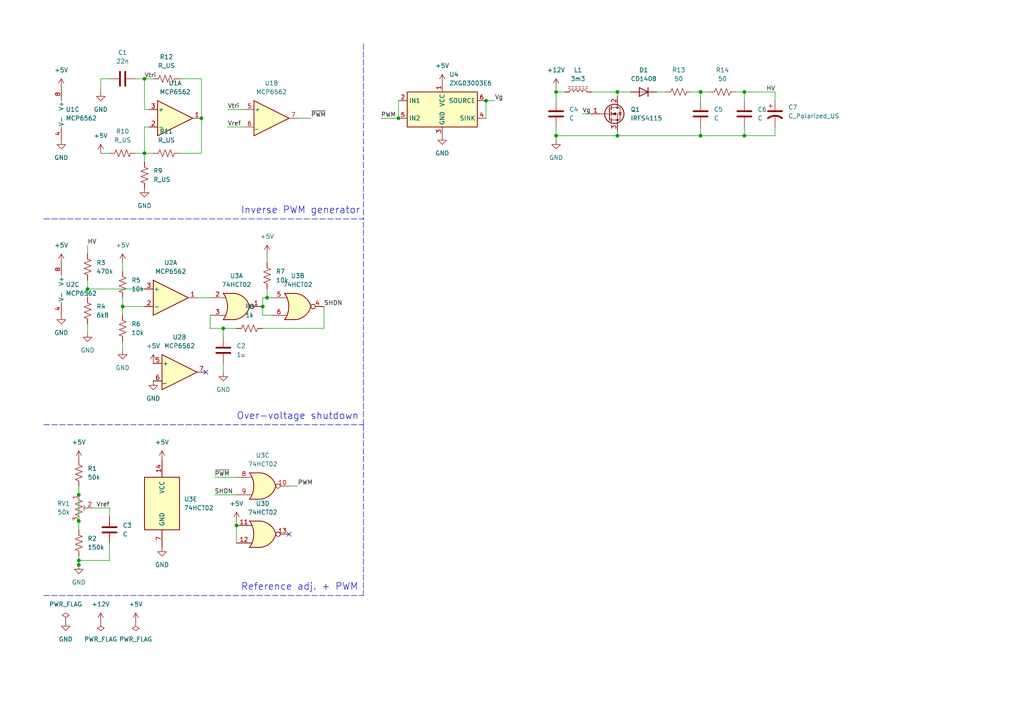
<source format=kicad_sch>
(kicad_sch (version 20211123) (generator eeschema)
  (paper "A4")
  (title_block (title "Nixie tube PSU") (date "2023-01-29"))
  (lib_symbols
    (symbol "74xx:74HCT02" (pin_names (offset 1.016))
      (property "Reference" "U" (at 0 1.27 0))
      (property "Value" "74HCT02" (at 0 -1.27 0))
      (symbol "74HCT02_1_1"
        (arc (start -3.81 -3.81) (mid -2.589 0) (end -3.81 3.81) (stroke (width 0.254)))
        (arc (start -0.6096 -3.81) (mid 2.1842 -2.5851) (end 3.81 0) (stroke (width 0.254)) (fill (type background)))
        (polyline (pts (xy -3.81 -3.81) (xy -0.635 -3.81)) (stroke (width 0.254)) (fill (type background)))
        (polyline (pts (xy -3.81 3.81) (xy -0.635 3.81)) (stroke (width 0.254)) (fill (type background)))
        (polyline (pts (xy -0.635 3.81) (xy -3.81 3.81) (xy -3.81 3.81) (xy -3.556 3.4036) (xy -3.0226 2.2606) (xy -2.6924 1.0414) (xy -2.6162 -0.254) (xy -2.7686 -1.4986) (xy -3.175 -2.7178) (xy -3.81 -3.81) (xy -3.81 -3.81) (xy -0.635 -3.81)) (stroke (width -25.4)) (fill (type background)))
        (arc (start 3.81 0) (mid 2.1915 2.5936) (end -0.6096 3.81) (stroke (width 0.254)) (fill (type background)))
        (pin output inverted (at 7.62 0 180) (length 3.81) (name "~") (number "1"))
        (pin input line (at -7.62 2.54 0) (length 4.318) (name "~") (number "2"))
        (pin input line (at -7.62 -2.54 0) (length 4.318) (name "~") (number "3"))
      )
      (symbol "74HCT02_1_2"
        (arc (start 0 -3.81) (mid 3.81 0) (end 0 3.81) (stroke (width 0.254)) (fill (type background)))
        (polyline (pts (xy 0 3.81) (xy -3.81 3.81) (xy -3.81 -3.81) (xy 0 -3.81)) (stroke (width 0.254)) (fill (type background)))
        (pin output line (at 7.62 0 180) (length 3.81) (name "~") (number "1"))
        (pin input inverted (at -7.62 2.54 0) (length 3.81) (name "~") (number "2"))
        (pin input inverted (at -7.62 -2.54 0) (length 3.81) (name "~") (number "3"))
      )
      (symbol "74HCT02_2_1"
        (arc (start -3.81 -3.81) (mid -2.589 0) (end -3.81 3.81) (stroke (width 0.254)))
        (arc (start -0.6096 -3.81) (mid 2.1842 -2.5851) (end 3.81 0) (stroke (width 0.254)) (fill (type background)))
        (polyline (pts (xy -3.81 -3.81) (xy -0.635 -3.81)) (stroke (width 0.254)) (fill (type background)))
        (polyline (pts (xy -3.81 3.81) (xy -0.635 3.81)) (stroke (width 0.254)) (fill (type background)))
        (polyline (pts (xy -0.635 3.81) (xy -3.81 3.81) (xy -3.81 3.81) (xy -3.556 3.4036) (xy -3.0226 2.2606) (xy -2.6924 1.0414) (xy -2.6162 -0.254) (xy -2.7686 -1.4986) (xy -3.175 -2.7178) (xy -3.81 -3.81) (xy -3.81 -3.81) (xy -0.635 -3.81)) (stroke (width -25.4)) (fill (type background)))
        (arc (start 3.81 0) (mid 2.1915 2.5936) (end -0.6096 3.81) (stroke (width 0.254)) (fill (type background)))
        (pin output inverted (at 7.62 0 180) (length 3.81) (name "~") (number "4"))
        (pin input line (at -7.62 2.54 0) (length 4.318) (name "~") (number "5"))
        (pin input line (at -7.62 -2.54 0) (length 4.318) (name "~") (number "6"))
      )
      (symbol "74HCT02_2_2"
        (arc (start 0 -3.81) (mid 3.81 0) (end 0 3.81) (stroke (width 0.254)) (fill (type background)))
        (polyline (pts (xy 0 3.81) (xy -3.81 3.81) (xy -3.81 -3.81) (xy 0 -3.81)) (stroke (width 0.254)) (fill (type background)))
        (pin output line (at 7.62 0 180) (length 3.81) (name "~") (number "4"))
        (pin input inverted (at -7.62 2.54 0) (length 3.81) (name "~") (number "5"))
        (pin input inverted (at -7.62 -2.54 0) (length 3.81) (name "~") (number "6"))
      )
      (symbol "74HCT02_3_1"
        (arc (start -3.81 -3.81) (mid -2.589 0) (end -3.81 3.81) (stroke (width 0.254)))
        (arc (start -0.6096 -3.81) (mid 2.1842 -2.5851) (end 3.81 0) (stroke (width 0.254)) (fill (type background)))
        (polyline (pts (xy -3.81 -3.81) (xy -0.635 -3.81)) (stroke (width 0.254)) (fill (type background)))
        (polyline (pts (xy -3.81 3.81) (xy -0.635 3.81)) (stroke (width 0.254)) (fill (type background)))
        (polyline (pts (xy -0.635 3.81) (xy -3.81 3.81) (xy -3.81 3.81) (xy -3.556 3.4036) (xy -3.0226 2.2606) (xy -2.6924 1.0414) (xy -2.6162 -0.254) (xy -2.7686 -1.4986) (xy -3.175 -2.7178) (xy -3.81 -3.81) (xy -3.81 -3.81) (xy -0.635 -3.81)) (stroke (width -25.4)) (fill (type background)))
        (arc (start 3.81 0) (mid 2.1915 2.5936) (end -0.6096 3.81) (stroke (width 0.254)) (fill (type background)))
        (pin output inverted (at 7.62 0 180) (length 3.81) (name "~") (number "10"))
        (pin input line (at -7.62 2.54 0) (length 4.318) (name "~") (number "8"))
        (pin input line (at -7.62 -2.54 0) (length 4.318) (name "~") (number "9"))
      )
      (symbol "74HCT02_3_2"
        (arc (start 0 -3.81) (mid 3.81 0) (end 0 3.81) (stroke (width 0.254)) (fill (type background)))
        (polyline (pts (xy 0 3.81) (xy -3.81 3.81) (xy -3.81 -3.81) (xy 0 -3.81)) (stroke (width 0.254)) (fill (type background)))
        (pin output line (at 7.62 0 180) (length 3.81) (name "~") (number "10"))
        (pin input inverted (at -7.62 2.54 0) (length 3.81) (name "~") (number "8"))
        (pin input inverted (at -7.62 -2.54 0) (length 3.81) (name "~") (number "9"))
      )
      (symbol "74HCT02_4_1"
        (arc (start -3.81 -3.81) (mid -2.589 0) (end -3.81 3.81) (stroke (width 0.254)))
        (arc (start -0.6096 -3.81) (mid 2.1842 -2.5851) (end 3.81 0) (stroke (width 0.254)) (fill (type background)))
        (polyline (pts (xy -3.81 -3.81) (xy -0.635 -3.81)) (stroke (width 0.254)) (fill (type background)))
        (polyline (pts (xy -3.81 3.81) (xy -0.635 3.81)) (stroke (width 0.254)) (fill (type background)))
        (polyline (pts (xy -0.635 3.81) (xy -3.81 3.81) (xy -3.81 3.81) (xy -3.556 3.4036) (xy -3.0226 2.2606) (xy -2.6924 1.0414) (xy -2.6162 -0.254) (xy -2.7686 -1.4986) (xy -3.175 -2.7178) (xy -3.81 -3.81) (xy -3.81 -3.81) (xy -0.635 -3.81)) (stroke (width -25.4)) (fill (type background)))
        (arc (start 3.81 0) (mid 2.1915 2.5936) (end -0.6096 3.81) (stroke (width 0.254)) (fill (type background)))
        (pin input line (at -7.62 2.54 0) (length 4.318) (name "~") (number "11"))
        (pin input line (at -7.62 -2.54 0) (length 4.318) (name "~") (number "12"))
        (pin output inverted (at 7.62 0 180) (length 3.81) (name "~") (number "13"))
      )
      (symbol "74HCT02_4_2"
        (arc (start 0 -3.81) (mid 3.81 0) (end 0 3.81) (stroke (width 0.254)) (fill (type background)))
        (polyline (pts (xy 0 3.81) (xy -3.81 3.81) (xy -3.81 -3.81) (xy 0 -3.81)) (stroke (width 0.254)) (fill (type background)))
        (pin input inverted (at -7.62 2.54 0) (length 3.81) (name "~") (number "11"))
        (pin input inverted (at -7.62 -2.54 0) (length 3.81) (name "~") (number "12"))
        (pin output line (at 7.62 0 180) (length 3.81) (name "~") (number "13"))
      )
      (symbol "74HCT02_5_0"
        (pin power_in line (at 0 12.7 270) (length 5.08) (name "VCC") (number "14"))
        (pin power_in line (at 0 -12.7 90) (length 5.08) (name "GND") (number "7"))
      )
      (symbol "74HCT02_5_1"
        (rectangle (start -5.08 7.62) (end 5.08 -7.62) (stroke (width 0.254)) (fill (type background)))
      )
    )
    (symbol "Device:C" (pin_numbers hide) (pin_names (offset 0.254))
      (property "Reference" "C" (at 0.635 2.54 0))
      (property "Value" "C" (at 0.635 -2.54 0))
      (symbol "C_0_1"
        (polyline (pts (xy -2.032 -0.762) (xy 2.032 -0.762)) (stroke (width 0.508)))
        (polyline (pts (xy -2.032 0.762) (xy 2.032 0.762)) (stroke (width 0.508)))
      )
      (symbol "C_1_1"
        (pin passive line (at 0 3.81 270) (length 2.794) (name "~") (number "1"))
        (pin passive line (at 0 -3.81 90) (length 2.794) (name "~") (number "2"))
      )
    )
    (symbol "Device:C_Polarized_US" (pin_numbers hide) (pin_names (offset 0.254) hide)
      (property "Reference" "C" (at 0.635 2.54 0))
      (property "Value" "C_Polarized_US" (at 0.635 -2.54 0))
      (symbol "C_Polarized_US_0_1"
        (polyline (pts (xy -2.032 0.762) (xy 2.032 0.762)) (stroke (width 0.508)))
        (polyline (pts (xy -1.778 2.286) (xy -0.762 2.286)))
        (polyline (pts (xy -1.27 1.778) (xy -1.27 2.794)))
        (arc (start 2.032 -1.27) (mid 0 -0.5572) (end -2.032 -1.27) (stroke (width 0.508)))
      )
      (symbol "C_Polarized_US_1_1"
        (pin passive line (at 0 3.81 270) (length 2.794) (name "~") (number "1"))
        (pin passive line (at 0 -3.81 90) (length 3.302) (name "~") (number "2"))
      )
    )
    (symbol "Device:L_Ferrite" (pin_numbers hide) (pin_names (offset 1.016) hide)
      (property "Reference" "L" (at -1.27 0 90))
      (property "Value" "L_Ferrite" (at 2.794 0 90))
      (symbol "L_Ferrite_0_1"
        (arc (start 0 -2.54) (mid 0.635 -1.905) (end 0 -1.27))
        (arc (start 0 -1.27) (mid 0.635 -0.635) (end 0 0))
        (polyline (pts (xy 1.016 -2.794) (xy 1.016 -2.286)))
        (polyline (pts (xy 1.016 -1.778) (xy 1.016 -1.27)))
        (polyline (pts (xy 1.016 -0.762) (xy 1.016 -0.254)))
        (polyline (pts (xy 1.016 0.254) (xy 1.016 0.762)))
        (polyline (pts (xy 1.016 1.27) (xy 1.016 1.778)))
        (polyline (pts (xy 1.016 2.286) (xy 1.016 2.794)))
        (polyline (pts (xy 1.524 -2.286) (xy 1.524 -2.794)))
        (polyline (pts (xy 1.524 -1.27) (xy 1.524 -1.778)))
        (polyline (pts (xy 1.524 -0.254) (xy 1.524 -0.762)))
        (polyline (pts (xy 1.524 0.762) (xy 1.524 0.254)))
        (polyline (pts (xy 1.524 1.778) (xy 1.524 1.27)))
        (polyline (pts (xy 1.524 2.794) (xy 1.524 2.286)))
        (arc (start 0 0) (mid 0.635 0.635) (end 0 1.27))
        (arc (start 0 1.27) (mid 0.635 1.905) (end 0 2.54))
      )
      (symbol "L_Ferrite_1_1"
        (pin passive line (at 0 3.81 270) (length 1.27) (name "1") (number "1"))
        (pin passive line (at 0 -3.81 90) (length 1.27) (name "2") (number "2"))
      )
    )
    (symbol "Device:R_Potentiometer_Trim_US" (pin_names (offset 1.016) hide)
      (property "Reference" "RV" (at -4.445 0 90))
      (property "Value" "R_Potentiometer_Trim_US" (at -2.54 0 90))
      (symbol "R_Potentiometer_Trim_US_0_1"
        (polyline (pts (xy 0 -2.286) (xy 0 -2.54)))
        (polyline (pts (xy 0 2.286) (xy 0 2.54)))
        (polyline (pts (xy 1.524 0.762) (xy 1.524 -0.762)))
        (polyline (pts (xy 2.54 0) (xy 1.524 0)))
        (polyline (pts (xy 0 -0.762) (xy 1.016 -1.143) (xy 0 -1.524) (xy -1.016 -1.905) (xy 0 -2.286)))
        (polyline (pts (xy 0 0.762) (xy 1.016 0.381) (xy 0 0) (xy -1.016 -0.381) (xy 0 -0.762)))
        (polyline (pts (xy 0 2.286) (xy 1.016 1.905) (xy 0 1.524) (xy -1.016 1.143) (xy 0 0.762)))
      )
      (symbol "R_Potentiometer_Trim_US_1_1"
        (pin passive line (at 0 3.81 270) (length 1.27) (name "1") (number "1"))
        (pin passive line (at 3.81 0 180) (length 1.27) (name "2") (number "2"))
        (pin passive line (at 0 -3.81 90) (length 1.27) (name "3") (number "3"))
      )
    )
    (symbol "Device:R_US" (pin_numbers hide) (pin_names (offset 0))
      (property "Reference" "R" (at 2.54 0 90))
      (property "Value" "R_US" (at -2.54 0 90))
      (symbol "R_US_0_1"
        (polyline (pts (xy 0 -2.286) (xy 0 -2.54)))
        (polyline (pts (xy 0 2.286) (xy 0 2.54)))
        (polyline (pts (xy 0 -0.762) (xy 1.016 -1.143) (xy 0 -1.524) (xy -1.016 -1.905) (xy 0 -2.286)))
        (polyline (pts (xy 0 0.762) (xy 1.016 0.381) (xy 0 0) (xy -1.016 -0.381) (xy 0 -0.762)))
        (polyline (pts (xy 0 2.286) (xy 1.016 1.905) (xy 0 1.524) (xy -1.016 1.143) (xy 0 0.762)))
      )
      (symbol "R_US_1_1"
        (pin passive line (at 0 3.81 270) (length 1.27) (name "~") (number "1"))
        (pin passive line (at 0 -3.81 90) (length 1.27) (name "~") (number "2"))
      )
    )
    (symbol "Diode:1N4001" (pin_numbers hide) (pin_names hide)
      (property "Reference" "D" (at 0 2.54 0))
      (property "Value" "1N4001" (at 0 -2.54 0))
      (symbol "1N4001_0_1"
        (polyline (pts (xy -1.27 1.27) (xy -1.27 -1.27)) (stroke (width 0.254)))
        (polyline (pts (xy 1.27 0) (xy -1.27 0)))
        (polyline (pts (xy 1.27 1.27) (xy 1.27 -1.27) (xy -1.27 0) (xy 1.27 1.27)) (stroke (width 0.254)))
      )
      (symbol "1N4001_1_1"
        (pin passive line (at -3.81 0 0) (length 2.54) (name "K") (number "1"))
        (pin passive line (at 3.81 0 180) (length 2.54) (name "A") (number "2"))
      )
    )
    (symbol "Driver_FET:ZXGD3003E6"
      (property "Reference" "U" (at -8.89 6.35 0))
      (property "Value" "ZXGD3003E6" (at 10.16 -7.62 0))
      (symbol "ZXGD3003E6_0_1"
        (rectangle (start -10.16 5.08) (end 10.16 -5.08) (stroke (width 0.254)) (fill (type background)))
      )
      (symbol "ZXGD3003E6_1_1"
        (pin power_in line (at 0 7.62 270) (length 2.54) (name "VCC") (number "1"))
        (pin input line (at -12.7 2.54 0) (length 2.54) (name "IN1") (number "2"))
        (pin power_in line (at 0 -7.62 90) (length 2.54) (name "GND") (number "3"))
        (pin open_collector line (at 12.7 -2.54 180) (length 2.54) (name "SINK") (number "4"))
        (pin input line (at -12.7 -2.54 0) (length 2.54) (name "IN2") (number "5"))
        (pin open_emitter line (at 12.7 2.54 180) (length 2.54) (name "SOURCE") (number "6"))
      )
    )
    (symbol "Transistor_FET:IRFS4115" (pin_names hide)
      (property "Reference" "Q" (at 5.08 1.905 0))
      (property "Value" "IRFS4115" (at 5.08 0 0))
      (symbol "IRFS4115_0_1"
        (polyline (pts (xy 0.254 0) (xy -2.54 0)))
        (polyline (pts (xy 0.254 1.905) (xy 0.254 -1.905)) (stroke (width 0.254)))
        (polyline (pts (xy 0.762 -1.27) (xy 0.762 -2.286)) (stroke (width 0.254)))
        (polyline (pts (xy 0.762 0.508) (xy 0.762 -0.508)) (stroke (width 0.254)))
        (polyline (pts (xy 0.762 2.286) (xy 0.762 1.27)) (stroke (width 0.254)))
        (polyline (pts (xy 2.54 2.54) (xy 2.54 1.778)))
        (polyline (pts (xy 2.54 -2.54) (xy 2.54 0) (xy 0.762 0)))
        (polyline (pts (xy 0.762 -1.778) (xy 3.302 -1.778) (xy 3.302 1.778) (xy 0.762 1.778)))
        (polyline (pts (xy 1.016 0) (xy 2.032 0.381) (xy 2.032 -0.381) (xy 1.016 0)) (fill (type outline)))
        (polyline (pts (xy 2.794 0.508) (xy 2.921 0.381) (xy 3.683 0.381) (xy 3.81 0.254)))
        (polyline (pts (xy 3.302 0.381) (xy 2.921 -0.254) (xy 3.683 -0.254) (xy 3.302 0.381)))
        (circle (center 1.651 0) (radius 2.794) (stroke (width 0.254)))
        (circle (center 2.54 -1.778) (radius 0.254) (fill (type outline)))
        (circle (center 2.54 1.778) (radius 0.254) (fill (type outline)))
      )
      (symbol "IRFS4115_1_1"
        (pin passive line (at -5.08 0 0) (length 2.54) (name "G") (number "1"))
        (pin passive line (at 2.54 5.08 270) (length 2.54) (name "D") (number "2"))
        (pin passive line (at 2.54 -5.08 90) (length 2.54) (name "S") (number "3"))
      )
    )
    (symbol "custom_parts:MCP6562" (pin_names (offset 0.127))
      (property "Reference" "U" (at 3.81 3.81 0))
      (property "Value" "MCP6562" (at 6.35 -3.81 0))
      (symbol "MCP6562_1_1"
        (polyline (pts (xy -5.08 5.08) (xy 5.08 0) (xy -5.08 -5.08) (xy -5.08 5.08)) (stroke (width 0.254)) (fill (type background)))
        (pin output line (at 7.62 0 180) (length 2.54) (name "~") (number "1"))
        (pin input line (at -7.62 -2.54 0) (length 2.54) (name "-") (number "2"))
        (pin input line (at -7.62 2.54 0) (length 2.54) (name "+") (number "3"))
      )
      (symbol "MCP6562_2_1"
        (polyline (pts (xy -5.08 5.08) (xy 5.08 0) (xy -5.08 -5.08) (xy -5.08 5.08)) (stroke (width 0.254)) (fill (type background)))
        (pin input line (at -7.62 2.54 0) (length 2.54) (name "+") (number "5"))
        (pin input line (at -7.62 -2.54 0) (length 2.54) (name "_") (number "6"))
        (pin output line (at 7.62 0 180) (length 2.54) (name "~") (number "7"))
      )
      (symbol "MCP6562_3_1"
        (pin power_in line (at -2.54 -7.62 90) (length 3.81) (name "V-") (number "4"))
        (pin power_in line (at -2.54 7.62 270) (length 3.81) (name "V+") (number "8"))
      )
    )
    (symbol "power:+12V" (power) (pin_names (offset 0))
      (property "Value" "+12V" (at 0 3.556 0))
      (symbol "+12V_0_1"
        (polyline (pts (xy -0.762 1.27) (xy 0 2.54)))
        (polyline (pts (xy 0 0) (xy 0 2.54)))
        (polyline (pts (xy 0 2.54) (xy 0.762 1.27)))
      )
      (symbol "+12V_1_1"
        (pin power_in line (at 0 0 90) (length 0) hide (name "+12V") (number "1"))
      )
    )
    (symbol "power:+5V" (power) (pin_names (offset 0))
      (property "Value" "+5V" (at 0 3.556 0))
      (symbol "+5V_0_1"
        (polyline (pts (xy -0.762 1.27) (xy 0 2.54)))
        (polyline (pts (xy 0 0) (xy 0 2.54)))
        (polyline (pts (xy 0 2.54) (xy 0.762 1.27)))
      )
      (symbol "+5V_1_1"
        (pin power_in line (at 0 0 90) (length 0) hide (name "+5V") (number "1"))
      )
    )
    (symbol "power:GND" (power) (pin_names (offset 0))
      (property "Value" "GND" (at 0 -3.81 0))
      (symbol "GND_0_1"
        (polyline (pts (xy 0 0) (xy 0 -1.27) (xy 1.27 -1.27) (xy 0 -2.54) (xy -1.27 -1.27) (xy 0 -1.27)))
      )
      (symbol "GND_1_1"
        (pin power_in line (at 0 0 270) (length 0) hide (name "GND") (number "1"))
      )
    )
    (symbol "power:PWR_FLAG" (power) (pin_numbers hide) (pin_names (offset 0) hide)
      (property "Value" "PWR_FLAG" (at 0 3.81 0))
      (symbol "PWR_FLAG_0_0"
        (pin power_out line (at 0 0 90) (length 0) (name "pwr") (number "1"))
      )
      (symbol "PWR_FLAG_0_1"
        (polyline (pts (xy 0 0) (xy 0 1.27) (xy -1.016 1.905) (xy 0 2.54) (xy 1.016 1.905) (xy 0 1.27)))
      )
    )
  )
  (junction (at 77.47 86.36))
  (junction (at 64.77 95.25))
  (junction (at 115.57 34.29))
  (junction (at 22.86 143.51))
  (junction (at 41.91 44.45))
  (junction (at 22.86 162.56))
  (junction (at 215.9 26.67))
  (junction (at 68.58 152.4))
  (junction (at 22.86 151.13))
  (junction (at 161.29 26.67))
  (junction (at 203.2 39.37))
  (junction (at 140.97 29.21))
  (junction (at 215.9 39.37))
  (junction (at 58.42 34.29))
  (junction (at 25.4 83.82))
  (junction (at 76.2 88.9))
  (junction (at 179.07 39.37))
  (junction (at 161.29 39.37))
  (junction (at 22.86 163.8299))
  (junction (at 203.2 26.67))
  (junction (at 179.07 26.67))
  (junction (at 41.91 22.86))
  (junction (at 35.56 88.9))
  (no_connect (at 83.82 154.94))
  (no_connect (at 59.69 107.95))
  (wire (pts (xy 171.45 26.67) (xy 179.07 26.67)))
  (wire (pts (xy 35.56 76.2) (xy 35.56 78.74)))
  (polyline (pts (xy 105.41 12.7) (xy 105.41 63.5)))
  (wire (pts (xy 35.56 88.9) (xy 41.91 88.9)))
  (wire (pts (xy 213.36 26.67) (xy 215.9 26.67)))
  (wire (pts (xy 66.04 36.83) (xy 71.12 36.83)))
  (wire (pts (xy 43.18 31.75) (xy 41.91 31.75)))
  (wire (pts (xy 76.2 86.36) (xy 76.2 88.9)))
  (polyline (pts (xy 12.7 123.19) (xy 105.41 123.19)))
  (wire (pts (xy 52.07 22.86) (xy 58.42 22.86)))
  (wire (pts (xy 86.36 34.29) (xy 90.17 34.29)))
  (wire (pts (xy 215.9 39.37) (xy 203.2 39.37)))
  (wire (pts (xy 179.07 26.67) (xy 182.88 26.67)))
  (wire (pts (xy 110.49 34.29) (xy 115.57 34.29)))
  (wire (pts (xy 62.23 138.43) (xy 68.58 138.43)))
  (wire (pts (xy 190.5 26.67) (xy 193.04 26.67)))
  (wire (pts (xy 58.42 22.86) (xy 58.42 34.29)))
  (wire (pts (xy 62.23 143.51) (xy 68.58 143.51)))
  (wire (pts (xy 31.75 157.48) (xy 31.75 162.56)))
  (wire (pts (xy 22.86 162.56) (xy 22.86 163.8299)))
  (wire (pts (xy 76.2 91.44) (xy 78.74 91.44)))
  (wire (pts (xy 43.18 36.83) (xy 41.91 36.83)))
  (wire (pts (xy 52.07 44.45) (xy 58.42 44.45)))
  (wire (pts (xy 200.66 26.67) (xy 203.2 26.67)))
  (wire (pts (xy 161.29 39.37) (xy 161.29 40.64)))
  (wire (pts (xy 35.56 86.36) (xy 35.56 88.9)))
  (wire (pts (xy 76.2 95.25) (xy 93.98 95.25)))
  (wire (pts (xy 203.2 26.67) (xy 205.74 26.67)))
  (wire (pts (xy 66.04 31.75) (xy 71.12 31.75)))
  (wire (pts (xy 115.57 29.21) (xy 115.57 34.29)))
  (wire (pts (xy 77.47 86.36) (xy 78.74 86.36)))
  (wire (pts (xy 76.2 88.9) (xy 76.2 91.44)))
  (wire (pts (xy 224.79 26.67) (xy 224.79 29.21)))
  (wire (pts (xy 60.96 95.25) (xy 64.77 95.25)))
  (wire (pts (xy 41.91 22.86) (xy 41.91 31.75)))
  (polyline (pts (xy 105.41 123.19) (xy 105.41 63.5)))
  (wire (pts (xy 161.29 36.83) (xy 161.29 39.37)))
  (wire (pts (xy 140.97 29.21) (xy 143.51 29.21)))
  (wire (pts (xy 161.29 39.37) (xy 179.07 39.37)))
  (wire (pts (xy 31.75 147.32) (xy 31.75 149.86)))
  (wire (pts (xy 68.58 151.13) (xy 68.58 152.4)))
  (wire (pts (xy 203.2 39.37) (xy 179.07 39.37)))
  (wire (pts (xy 22.86 140.97) (xy 22.86 143.51)))
  (wire (pts (xy 25.4 93.98) (xy 25.4 96.52)))
  (wire (pts (xy 203.2 36.83) (xy 203.2 39.37)))
  (wire (pts (xy 224.79 36.83) (xy 224.79 39.37)))
  (wire (pts (xy 25.4 83.82) (xy 41.91 83.82)))
  (wire (pts (xy 31.75 162.56) (xy 22.86 162.56)))
  (wire (pts (xy 57.15 86.36) (xy 60.96 86.36)))
  (wire (pts (xy 22.86 143.51) (xy 22.86 151.13)))
  (wire (pts (xy 140.97 29.21) (xy 140.97 34.29)))
  (wire (pts (xy 77.47 73.66) (xy 77.47 76.2)))
  (wire (pts (xy 215.9 36.83) (xy 215.9 39.37)))
  (wire (pts (xy 77.47 83.82) (xy 77.47 86.36)))
  (wire (pts (xy 39.37 22.86) (xy 41.91 22.86)))
  (wire (pts (xy 58.42 34.29) (xy 58.42 44.45)))
  (wire (pts (xy 26.67 147.32) (xy 31.75 147.32)))
  (wire (pts (xy 35.56 88.9) (xy 35.56 91.44)))
  (wire (pts (xy 64.77 95.25) (xy 68.58 95.25)))
  (wire (pts (xy 41.91 22.86) (xy 44.45 22.86)))
  (wire (pts (xy 215.9 26.67) (xy 215.9 29.21)))
  (wire (pts (xy 93.98 88.9) (xy 93.98 95.25)))
  (wire (pts (xy 22.86 161.29) (xy 22.86 162.56)))
  (wire (pts (xy 224.79 39.37) (xy 215.9 39.37)))
  (wire (pts (xy 60.96 95.25) (xy 60.96 91.44)))
  (wire (pts (xy 161.29 29.21) (xy 161.29 26.67)))
  (wire (pts (xy 29.21 22.86) (xy 31.75 22.86)))
  (wire (pts (xy 161.29 25.4) (xy 161.29 26.67)))
  (wire (pts (xy 25.4 71.12) (xy 25.4 73.66)))
  (wire (pts (xy 83.82 140.97) (xy 86.36 140.97)))
  (wire (pts (xy 179.07 38.1) (xy 179.07 39.37)))
  (polyline (pts (xy 105.41 123.19) (xy 105.41 172.72)))
  (wire (pts (xy 22.86 151.13) (xy 22.86 153.67)))
  (polyline (pts (xy 12.7 63.5) (xy 105.41 63.5)))
  (wire (pts (xy 41.91 44.45) (xy 41.91 46.99)))
  (wire (pts (xy 39.37 44.45) (xy 41.91 44.45)))
  (wire (pts (xy 76.2 86.36) (xy 77.47 86.36)))
  (wire (pts (xy 179.07 26.67) (xy 179.07 27.94)))
  (wire (pts (xy 41.91 44.45) (xy 44.45 44.45)))
  (polyline (pts (xy 12.7 172.72) (xy 105.41 172.72)))
  (wire (pts (xy 64.77 105.41) (xy 64.77 107.95)))
  (wire (pts (xy 41.91 36.83) (xy 41.91 44.45)))
  (wire (pts (xy 68.58 152.4) (xy 68.58 157.48)))
  (wire (pts (xy 22.86 163.8299) (xy 22.86 163.83)))
  (wire (pts (xy 35.56 99.06) (xy 35.56 101.6)))
  (wire (pts (xy 25.4 83.82) (xy 25.4 86.36)))
  (wire (pts (xy 203.2 26.67) (xy 203.2 29.21)))
  (wire (pts (xy 161.29 26.67) (xy 163.83 26.67)))
  (wire (pts (xy 29.21 44.45) (xy 31.75 44.45)))
  (wire (pts (xy 215.9 26.67) (xy 224.79 26.67)))
  (wire (pts (xy 29.21 26.67) (xy 29.21 22.86)))
  (wire (pts (xy 64.77 95.25) (xy 64.77 97.79)))
  (wire (pts (xy 168.91 33.02) (xy 171.45 33.02)))
  (wire (pts (xy 25.4 81.28) (xy 25.4 83.82)))
  (text "Over-voltage shutdown" (at 68.58 121.92 0) (effects (font (size 2 2)) (justify left bottom)))
  (text "Reference adj. + PWM" (at 69.85 171.45 0) (effects (font (size 2 2)) (justify left bottom)))
  (text "Inverse PWM generator" (at 69.85 62.23 0) (effects (font (size 2 2)) (justify left bottom)))
  (label "Vref" (at 27.94 147.32 0))
  (label "SHDN" (at 62.23 143.51 0))
  (label "HV" (at 25.4 71.12 0))
  (label "Vtri" (at 41.91 22.86 0))
  (label "Vtri" (at 66.04 31.75 0))
  (label "PWM" (at 86.36 140.97 0))
  (label "SHDN" (at 93.98 88.9 0))
  (label "Vref" (at 66.04 36.83 0))
  (label "PWM" (at 110.49 34.29 0))
  (label "~{PWM}" (at 62.23 138.43 0))
  (label "Vg" (at 143.51 29.21 0))
  (label "Vg" (at 168.91 33.02 0))
  (label "~{PWM}" (at 90.17 34.29 0))
  (label "HV" (at 222.25 26.67 0))
  (symbol (lib_id "74xx:74HCT02") (at 46.99 146.05 0) (unit 5)
    (property "Reference" "U3" (at 53.34 144.7799 0) (effects (justify left)))
    (property "Value" "74HCT02" (at 53.34 147.3199 0) (effects (justify left)))
    (property "Datasheet" "http://www.ti.com/lit/gpn/sn74hct02" (effects hide))
  )
  (symbol (lib_id "74xx:74HCT02") (at 68.58 88.9 0) (unit 1)
    (property "Reference" "U3" (at 68.58 80.01 0))
    (property "Value" "74HCT02" (at 68.58 82.55 0))
    (property "Datasheet" "http://www.ti.com/lit/gpn/sn74hct02" (effects hide))
  )
  (symbol (lib_id "custom_parts:MCP6562") (at 78.74 34.29 0) (unit 2)
    (property "Reference" "U1" (at 78.74 24.13 0))
    (property "Value" "MCP6562" (at 78.74 26.67 0))
    (property "Datasheet" "http://ww1.microchip.com/downloads/en/DeviceDoc/MCP6561-1R-1U-2-4-1.8V-Low-Power-Push-Pull-Output-Comparator-DS20002139E.pdf" (effects hide))
  )
  (symbol (lib_id "Diode:1N4001") (at 186.69 26.67 180) (unit 1)
    (property "Reference" "D1" (at 186.69 20.32 0))
    (property "Value" "CD1408" (at 186.69 22.86 0))
    (property "Footprint" "Diode_SMD:D_SOD-123" (effects hide))
    (property "Datasheet" "http://www.vishay.com/docs/88503/1n4001.pdf" (effects hide))
  )
  (symbol (lib_id "Device:R_US") (at 77.47 80.01 0) (unit 1)
    (property "Reference" "R7" (at 80.01 78.7399 0) (effects (justify left)))
    (property "Value" "10k" (at 80.01 81.2799 0) (effects (justify left)))
  )
  (symbol (lib_id "Device:C") (at 35.56 22.86 90) (unit 1)
    (property "Reference" "C1" (at 35.56 15.24 90))
    (property "Value" "22n" (at 35.56 17.78 90))
  )
  (symbol (lib_id "Device:C") (at 203.2 33.02 0) (unit 1)
    (property "Reference" "C5" (at 207.01 31.7499 0) (effects (justify left)))
    (property "Value" "C" (at 207.01 34.2899 0) (effects (justify left)))
  )
  (symbol (lib_id "Device:R_Potentiometer_Trim_US") (at 22.86 147.32 0) (unit 1)
    (property "Reference" "RV1" (at 20.32 146.0499 0) (effects (justify right)))
    (property "Value" "50k" (at 20.32 148.5899 0) (effects (justify right)))
    (property "Footprint" "Potentiometer_SMD:Potentiometer_Bourns_TC33X_Vertical" (effects hide))
  )
  (symbol (lib_id "power:GND") (at 22.86 163.8299 0) (unit 1)
    (property "Reference" "#PWR0123" (effects hide))
    (property "Value" "GND" (at 22.86 168.9099 0))
  )
  (symbol (lib_id "power:+5V") (at 22.86 133.35 0) (unit 1)
    (property "Reference" "#PWR0121" (effects hide))
    (property "Value" "+5V" (at 22.86 128.27 0))
  )
  (symbol (lib_id "Device:C") (at 64.77 101.6 0) (unit 1)
    (property "Reference" "C2" (at 68.58 100.3299 0) (effects (justify left)))
    (property "Value" "1u" (at 68.58 102.8699 0) (effects (justify left)))
  )
  (symbol (lib_id "power:+5V") (at 46.99 133.35 0) (unit 1)
    (property "Reference" "#PWR0122" (effects hide))
    (property "Value" "+5V" (at 46.99 128.27 0))
  )
  (symbol (lib_id "Device:R_US") (at 209.55 26.67 90) (unit 1)
    (property "Reference" "R14" (at 209.55 20.32 90))
    (property "Value" "50" (at 209.55 22.86 90))
  )
  (symbol (lib_id "power:+5V") (at 77.47 73.66 0) (unit 1)
    (property "Reference" "#PWR0104" (effects hide))
    (property "Value" "+5V" (at 77.47 68.58 0))
  )
  (symbol (lib_id "Device:R_US") (at 48.26 44.45 270) (unit 1)
    (property "Reference" "R11" (at 48.26 38.1 90))
    (property "Value" "R_US" (at 48.26 40.64 90))
  )
  (symbol (lib_id "Device:R_US") (at 25.4 77.47 0) (unit 1)
    (property "Reference" "R3" (at 27.94 76.1999 0) (effects (justify left)))
    (property "Value" "470k" (at 27.94 78.7399 0) (effects (justify left)))
  )
  (symbol (lib_id "power:+5V") (at 17.78 25.4 0) (unit 1)
    (property "Reference" "#PWR0107" (effects hide))
    (property "Value" "+5V" (at 17.78 20.32 0))
  )
  (symbol (lib_id "Device:C") (at 161.29 33.02 0) (unit 1)
    (property "Reference" "C4" (at 165.1 31.7499 0) (effects (justify left)))
    (property "Value" "C" (at 165.1 34.2899 0) (effects (justify left)))
  )
  (symbol (lib_id "Device:R_US") (at 72.39 95.25 90) (unit 1)
    (property "Reference" "R8" (at 72.39 88.9 90))
    (property "Value" "1k" (at 72.39 91.44 90))
  )
  (symbol (lib_id "power:GND") (at 17.78 91.44 0) (unit 1)
    (property "Reference" "#PWR0119" (effects hide))
    (property "Value" "GND" (at 17.78 96.52 0))
  )
  (symbol (lib_id "custom_parts:MCP6562") (at 49.53 86.36 0) (unit 1)
    (property "Reference" "U2" (at 49.53 76.2 0))
    (property "Value" "MCP6562" (at 49.53 78.74 0))
    (property "Datasheet" "http://ww1.microchip.com/downloads/en/DeviceDoc/MCP6561-1R-1U-2-4-1.8V-Low-Power-Push-Pull-Output-Comparator-DS20002139E.pdf" (effects hide))
  )
  (symbol (lib_id "Device:R_US") (at 22.86 157.48 0) (unit 1)
    (property "Reference" "R2" (at 25.4 156.2099 0) (effects (justify left)))
    (property "Value" "150k" (at 25.4 158.7499 0) (effects (justify left)))
  )
  (symbol (lib_id "power:+12V") (at 161.29 25.4 0) (unit 1)
    (property "Reference" "#PWR0111" (effects hide))
    (property "Value" "+12V" (at 161.29 20.32 0))
  )
  (symbol (lib_id "Device:R_US") (at 25.4 90.17 0) (unit 1)
    (property "Reference" "R4" (at 27.94 88.8999 0) (effects (justify left)))
    (property "Value" "6k8" (at 27.94 91.4399 0) (effects (justify left)))
  )
  (symbol (lib_id "power:+5V") (at 44.45 105.41 0) (unit 1)
    (property "Reference" "#PWR0101" (effects hide))
    (property "Value" "+5V" (at 44.45 100.33 0))
  )
  (symbol (lib_id "custom_parts:MCP6562") (at 52.07 107.95 0) (unit 2)
    (property "Reference" "U2" (at 52.07 97.79 0))
    (property "Value" "MCP6562" (at 52.07 100.33 0))
    (property "Datasheet" "http://ww1.microchip.com/downloads/en/DeviceDoc/MCP6561-1R-1U-2-4-1.8V-Low-Power-Push-Pull-Output-Comparator-DS20002139E.pdf" (effects hide))
  )
  (symbol (lib_id "Device:R_US") (at 41.91 50.8 0) (unit 1)
    (property "Reference" "R9" (at 44.45 49.5299 0) (effects (justify left)))
    (property "Value" "R_US" (at 44.45 52.0699 0) (effects (justify left)))
  )
  (symbol (lib_id "Device:R_US") (at 35.56 82.55 0) (unit 1)
    (property "Reference" "R5" (at 38.1 81.2799 0) (effects (justify left)))
    (property "Value" "10k" (at 38.1 83.8199 0) (effects (justify left)))
  )
  (symbol (lib_id "power:GND") (at 35.56 101.6 0) (unit 1)
    (property "Reference" "#PWR0117" (effects hide))
    (property "Value" "GND" (at 35.56 106.68 0))
  )
  (symbol (lib_id "Device:L_Ferrite") (at 167.64 26.67 90) (unit 1)
    (property "Reference" "L1" (at 167.64 20.32 90))
    (property "Value" "3m3" (at 167.64 22.86 90))
  )
  (symbol (lib_id "Device:C_Polarized_US") (at 224.79 33.02 0) (unit 1)
    (property "Reference" "C7" (at 228.6 31.1149 0) (effects (justify left)))
    (property "Value" "C_Polarized_US" (at 228.6 33.6549 0) (effects (justify left)))
  )
  (symbol (lib_id "power:+12V") (at 29.21 180.34 0) (unit 1)
    (property "Reference" "#PWR0126" (effects hide))
    (property "Value" "+12V" (at 29.21 175.26 0))
  )
  (symbol (lib_id "power:GND") (at 128.27 39.37 0) (unit 1)
    (property "Reference" "#PWR0113" (effects hide))
    (property "Value" "GND" (at 128.27 44.45 0))
  )
  (symbol (lib_id "power:GND") (at 46.99 158.75 0) (unit 1)
    (property "Reference" "#PWR0110" (effects hide))
    (property "Value" "GND" (at 46.99 163.83 0))
  )
  (symbol (lib_id "Driver_FET:ZXGD3003E6") (at 128.27 31.75 0) (unit 1)
    (property "Reference" "U4" (at 130.2894 21.59 0) (effects (justify left)))
    (property "Value" "ZXGD3003E6" (at 130.2894 24.13 0) (effects (justify left)))
    (property "Footprint" "Package_TO_SOT_SMD:SOT-23-6" (effects hide))
    (property "Datasheet" "http://www.diodes.com/_files/datasheets/ZXGD3003E6.pdf" (effects hide))
  )
  (symbol (lib_id "power:GND") (at 29.21 26.67 0) (unit 1)
    (property "Reference" "#PWR0109" (effects hide))
    (property "Value" "GND" (at 29.21 31.75 0))
  )
  (symbol (lib_id "power:GND") (at 41.91 54.61 0) (unit 1)
    (property "Reference" "#PWR0105" (effects hide))
    (property "Value" "GND" (at 41.91 59.69 0))
  )
  (symbol (lib_id "Device:R_US") (at 196.85 26.67 90) (unit 1)
    (property "Reference" "R13" (at 196.85 20.32 90))
    (property "Value" "50" (at 196.85 22.86 90))
  )
  (symbol (lib_id "Transistor_FET:IRFS4115") (at 176.53 33.02 0) (unit 1)
    (property "Reference" "Q1" (at 182.88 31.7499 0) (effects (justify left)))
    (property "Value" "IRFS4115" (at 182.88 34.2899 0) (effects (justify left)))
    (property "Footprint" "Package_TO_SOT_SMD:TO-263-2" (effects hide))
    (property "Datasheet" "https://www.infineon.com/dgdl/irfs4115pbf.pdf?fileId=5546d462533600a401535636e5d2218f" (effects hide))
  )
  (symbol (lib_id "power:PWR_FLAG") (at 19.05 180.34 0) (unit 1)
    (property "Reference" "#FLG0101" (effects hide))
    (property "Value" "PWR_FLAG" (at 19.05 175.26 0))
  )
  (symbol (lib_id "custom_parts:MCP6562") (at 20.32 33.02 0) (unit 3)
    (property "Reference" "U1" (at 19.05 31.7499 0) (effects (justify left)))
    (property "Value" "MCP6562" (at 19.05 34.2899 0) (effects (justify left)))
    (property "Datasheet" "http://ww1.microchip.com/downloads/en/DeviceDoc/MCP6561-1R-1U-2-4-1.8V-Low-Power-Push-Pull-Output-Comparator-DS20002139E.pdf" (effects hide))
  )
  (symbol (lib_id "power:GND") (at 19.05 180.34 0) (unit 1)
    (property "Reference" "#PWR0124" (effects hide))
    (property "Value" "GND" (at 19.05 185.42 0))
  )
  (symbol (lib_id "custom_parts:MCP6562") (at 20.32 83.82 0) (unit 3)
    (property "Reference" "U2" (at 19.05 82.5499 0) (effects (justify left)))
    (property "Value" "MCP6562" (at 19.05 85.0899 0) (effects (justify left)))
    (property "Datasheet" "http://ww1.microchip.com/downloads/en/DeviceDoc/MCP6561-1R-1U-2-4-1.8V-Low-Power-Push-Pull-Output-Comparator-DS20002139E.pdf" (effects hide))
  )
  (symbol (lib_id "power:GND") (at 25.4 96.52 0) (unit 1)
    (property "Reference" "#PWR0118" (effects hide))
    (property "Value" "GND" (at 25.4 101.6 0))
  )
  (symbol (lib_id "power:+5V") (at 68.58 151.13 0) (unit 1)
    (property "Reference" "#PWR0120" (effects hide))
    (property "Value" "+5V" (at 68.58 146.05 0))
  )
  (symbol (lib_id "Device:C") (at 31.75 153.67 0) (unit 1)
    (property "Reference" "C3" (at 35.56 152.3999 0) (effects (justify left)))
    (property "Value" "C" (at 35.56 154.9399 0) (effects (justify left)))
  )
  (symbol (lib_id "Device:R_US") (at 48.26 22.86 90) (unit 1)
    (property "Reference" "R12" (at 48.26 16.51 90))
    (property "Value" "R_US" (at 48.26 19.05 90))
  )
  (symbol (lib_id "power:GND") (at 64.77 107.95 0) (unit 1)
    (property "Reference" "#PWR0102" (effects hide))
    (property "Value" "GND" (at 64.77 113.03 0))
  )
  (symbol (lib_id "Device:C") (at 215.9 33.02 0) (unit 1)
    (property "Reference" "C6" (at 219.71 31.7499 0) (effects (justify left)))
    (property "Value" "C" (at 219.71 34.2899 0) (effects (justify left)))
  )
  (symbol (lib_id "power:PWR_FLAG") (at 29.21 180.34 180) (unit 1)
    (property "Reference" "#FLG0103" (effects hide))
    (property "Value" "PWR_FLAG" (at 29.21 185.42 0))
  )
  (symbol (lib_id "power:+5V") (at 17.78 76.2 0) (unit 1)
    (property "Reference" "#PWR0116" (effects hide))
    (property "Value" "+5V" (at 17.78 71.12 0))
  )
  (symbol (lib_id "Device:R_US") (at 22.86 137.16 0) (unit 1)
    (property "Reference" "R1" (at 25.4 135.8899 0) (effects (justify left)))
    (property "Value" "50k" (at 25.4 138.4299 0) (effects (justify left)))
  )
  (symbol (lib_id "power:+5V") (at 35.56 76.2 0) (unit 1)
    (property "Reference" "#PWR0115" (effects hide))
    (property "Value" "+5V" (at 35.56 71.12 0))
  )
  (symbol (lib_id "Device:R_US") (at 35.56 44.45 90) (unit 1)
    (property "Reference" "R10" (at 35.56 38.1 90))
    (property "Value" "R_US" (at 35.56 40.64 90))
  )
  (symbol (lib_id "power:GND") (at 44.45 110.49 0) (unit 1)
    (property "Reference" "#PWR0103" (effects hide))
    (property "Value" "GND" (at 44.45 115.57 0))
  )
  (symbol (lib_id "custom_parts:MCP6562") (at 50.8 34.29 0) (unit 1)
    (property "Reference" "U1" (at 50.8 24.13 0))
    (property "Value" "MCP6562" (at 50.8 26.67 0))
    (property "Datasheet" "http://ww1.microchip.com/downloads/en/DeviceDoc/MCP6561-1R-1U-2-4-1.8V-Low-Power-Push-Pull-Output-Comparator-DS20002139E.pdf" (effects hide))
  )
  (symbol (lib_id "power:PWR_FLAG") (at 39.37 180.34 180) (unit 1)
    (property "Reference" "#FLG0102" (effects hide))
    (property "Value" "PWR_FLAG" (at 39.37 185.42 0))
  )
  (symbol (lib_id "power:+5V") (at 39.37 180.34 0) (unit 1)
    (property "Reference" "#PWR0125" (effects hide))
    (property "Value" "+5V" (at 39.37 175.26 0))
  )
  (symbol (lib_id "power:+5V") (at 128.27 24.13 0) (unit 1)
    (property "Reference" "#PWR0112" (effects hide))
    (property "Value" "+5V" (at 128.27 19.05 0))
  )
  (symbol (lib_id "power:GND") (at 17.78 40.64 0) (unit 1)
    (property "Reference" "#PWR0108" (effects hide))
    (property "Value" "GND" (at 17.78 45.72 0))
  )
  (symbol (lib_id "Device:R_US") (at 35.56 95.25 0) (unit 1)
    (property "Reference" "R6" (at 38.1 93.9799 0) (effects (justify left)))
    (property "Value" "10k" (at 38.1 96.5199 0) (effects (justify left)))
  )
  (symbol (lib_id "power:+5V") (at 29.21 44.45 0) (unit 1)
    (property "Reference" "#PWR0106" (effects hide))
    (property "Value" "+5V" (at 29.21 39.37 0))
  )
  (symbol (lib_id "power:GND") (at 161.29 40.64 0) (unit 1)
    (property "Reference" "#PWR0114" (effects hide))
    (property "Value" "GND" (at 161.29 45.72 0))
  )
  (symbol (lib_id "74xx:74HCT02") (at 76.2 154.94 0) (unit 4)
    (property "Reference" "U3" (at 76.2 146.05 0))
    (property "Value" "74HCT02" (at 76.2 148.59 0))
    (property "Datasheet" "http://www.ti.com/lit/gpn/sn74hct02" (effects hide))
  )
  (symbol (lib_id "74xx:74HCT02") (at 86.36 88.9 0) (unit 2)
    (property "Reference" "U3" (at 86.36 80.01 0))
    (property "Value" "74HCT02" (at 86.36 82.55 0))
    (property "Datasheet" "http://www.ti.com/lit/gpn/sn74hct02" (effects hide))
  )
  (symbol (lib_id "74xx:74HCT02") (at 76.2 140.97 0) (unit 3)
    (property "Reference" "U3" (at 76.2 132.08 0))
    (property "Value" "74HCT02" (at 76.2 134.62 0))
    (property "Datasheet" "http://www.ti.com/lit/gpn/sn74hct02" (effects hide))
  )
)
</source>
